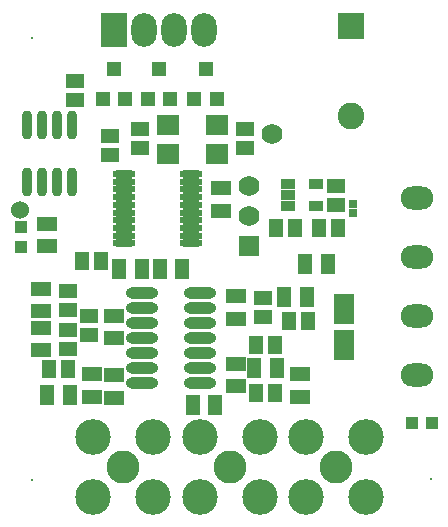
<source format=gts>
%FSLAX25Y25*%
%MOIN*%
G70*
G01*
G75*
G04 Layer_Color=8388736*
%ADD10R,0.05512X0.04134*%
%ADD11C,0.05906*%
%ADD12R,0.03937X0.03937*%
%ADD13R,0.06102X0.09449*%
%ADD14R,0.05315X0.03740*%
%ADD15R,0.03543X0.03740*%
%ADD16R,0.03740X0.05315*%
%ADD17R,0.03937X0.03937*%
%ADD18R,0.03543X0.02559*%
%ADD19O,0.06693X0.01378*%
%ADD20R,0.06300X0.05500*%
%ADD21R,0.04134X0.05512*%
%ADD22R,0.02000X0.02000*%
%ADD23O,0.02362X0.08661*%
%ADD24O,0.09843X0.02756*%
%ADD25C,0.01000*%
%ADD26C,0.03200*%
%ADD27C,0.02000*%
%ADD28C,0.01400*%
%ADD29C,0.01600*%
%ADD30C,0.02000*%
%ADD31C,0.02800*%
%ADD32R,0.05906X0.05906*%
%ADD33C,0.07874*%
%ADD34R,0.07874X0.07874*%
%ADD35O,0.09843X0.06693*%
%ADD36O,0.07480X0.10236*%
%ADD37R,0.07480X0.10236*%
%ADD38C,0.10000*%
%ADD39C,0.10827*%
%ADD40C,0.03400*%
%ADD41C,0.03150*%
%ADD42C,0.02400*%
%ADD43C,0.03000*%
%ADD44C,0.05000*%
%ADD45P,0.02828X4X270.0*%
%ADD46C,0.00800*%
%ADD47C,0.00984*%
%ADD48C,0.00787*%
%ADD49C,0.02362*%
%ADD50C,0.01575*%
%ADD51C,0.00591*%
%ADD52R,0.02560X0.00730*%
%ADD53R,0.01800X0.06700*%
%ADD54R,0.02300X0.00650*%
%ADD55R,0.05906X0.78740*%
%ADD56R,0.00650X0.02300*%
%ADD57R,0.06700X0.01800*%
%ADD58R,0.00730X0.02560*%
%ADD59R,0.06535X0.05158*%
%ADD60C,0.06929*%
%ADD61R,0.07126X0.10472*%
%ADD62R,0.06339X0.04764*%
%ADD63R,0.04567X0.04764*%
%ADD64R,0.04764X0.06339*%
%ADD65R,0.04567X0.03583*%
%ADD66O,0.07717X0.02402*%
%ADD67R,0.07324X0.06524*%
%ADD68R,0.05158X0.06535*%
%ADD69R,0.03024X0.03024*%
%ADD70O,0.03386X0.09685*%
%ADD71O,0.10866X0.03780*%
%ADD72R,0.06929X0.06929*%
%ADD73C,0.08898*%
%ADD74R,0.08898X0.08898*%
%ADD75C,0.01024*%
%ADD76O,0.10866X0.07717*%
%ADD77O,0.08504X0.11260*%
%ADD78R,0.08504X0.11260*%
%ADD79C,0.11024*%
%ADD80C,0.11850*%
%ADD81C,0.06024*%
D12*
X373346Y239000D02*
D03*
X366653D02*
D03*
D17*
X236500Y297654D02*
D03*
Y304346D02*
D03*
D59*
X303000Y309760D02*
D03*
Y317240D02*
D03*
X267500Y274740D02*
D03*
Y267260D02*
D03*
X243000Y276260D02*
D03*
Y283740D02*
D03*
X245010Y305413D02*
D03*
Y297933D02*
D03*
X243000Y270740D02*
D03*
Y263260D02*
D03*
X329500Y255240D02*
D03*
Y247760D02*
D03*
X308000Y281240D02*
D03*
Y273760D02*
D03*
X267500Y254894D02*
D03*
Y247413D02*
D03*
X260000Y247760D02*
D03*
Y255240D02*
D03*
X308000Y251260D02*
D03*
Y258740D02*
D03*
D60*
X320000Y335500D02*
D03*
X312500Y318000D02*
D03*
Y308000D02*
D03*
D61*
X344000Y277004D02*
D03*
Y264996D02*
D03*
D62*
X317000Y274350D02*
D03*
Y280650D02*
D03*
X341350Y318150D02*
D03*
Y311850D02*
D03*
X254500Y346850D02*
D03*
Y353150D02*
D03*
X311000Y337150D02*
D03*
Y330850D02*
D03*
X276000Y330850D02*
D03*
Y337150D02*
D03*
X266000Y328350D02*
D03*
Y334650D02*
D03*
X259000Y268350D02*
D03*
Y274650D02*
D03*
X252000Y283150D02*
D03*
Y276850D02*
D03*
Y263850D02*
D03*
Y270150D02*
D03*
D63*
X286240Y347079D02*
D03*
X282500Y356921D02*
D03*
X278760Y347079D02*
D03*
X271240D02*
D03*
X267500Y356921D02*
D03*
X263760Y347079D02*
D03*
X301740D02*
D03*
X298000Y356921D02*
D03*
X294260Y347079D02*
D03*
D64*
X335850Y304000D02*
D03*
X342150D02*
D03*
X321350D02*
D03*
X327650D02*
D03*
X314850Y265000D02*
D03*
X321150D02*
D03*
X321150Y249000D02*
D03*
X314850D02*
D03*
X245850Y257000D02*
D03*
X252150D02*
D03*
X332150Y273000D02*
D03*
X325850D02*
D03*
X256850Y293000D02*
D03*
X263150D02*
D03*
D65*
X325276Y318740D02*
D03*
Y315000D02*
D03*
Y311260D02*
D03*
X334724D02*
D03*
Y318740D02*
D03*
D66*
X293220Y298984D02*
D03*
Y301543D02*
D03*
Y304102D02*
D03*
Y306661D02*
D03*
Y309221D02*
D03*
Y311779D02*
D03*
Y314339D02*
D03*
Y316898D02*
D03*
Y319457D02*
D03*
Y322016D02*
D03*
X270779Y298984D02*
D03*
Y301543D02*
D03*
Y304102D02*
D03*
Y306661D02*
D03*
Y309221D02*
D03*
Y311779D02*
D03*
Y314339D02*
D03*
Y316898D02*
D03*
Y319457D02*
D03*
Y322016D02*
D03*
D67*
X301650Y338250D02*
D03*
X285350D02*
D03*
Y328750D02*
D03*
X301650D02*
D03*
D68*
X338740Y292000D02*
D03*
X331260D02*
D03*
X252740Y248500D02*
D03*
X245260D02*
D03*
X321740Y257500D02*
D03*
X314260D02*
D03*
X324260Y281000D02*
D03*
X331740D02*
D03*
X301240Y245000D02*
D03*
X293760D02*
D03*
X282760Y290500D02*
D03*
X290240D02*
D03*
X269260D02*
D03*
X276740D02*
D03*
D69*
X347000Y309000D02*
D03*
Y312000D02*
D03*
D70*
X238500Y319551D02*
D03*
X243500D02*
D03*
X248500D02*
D03*
X253500D02*
D03*
X238500Y338449D02*
D03*
X243500D02*
D03*
X248500D02*
D03*
X253500D02*
D03*
D71*
X296146Y252500D02*
D03*
Y257500D02*
D03*
Y262500D02*
D03*
Y267500D02*
D03*
Y272500D02*
D03*
Y277500D02*
D03*
Y282500D02*
D03*
X276854Y252500D02*
D03*
Y257500D02*
D03*
Y262500D02*
D03*
Y267500D02*
D03*
Y272500D02*
D03*
Y277500D02*
D03*
Y282500D02*
D03*
D72*
X312500Y298000D02*
D03*
D73*
X346500Y341500D02*
D03*
D74*
Y371500D02*
D03*
D75*
X240000Y220000D02*
D03*
Y367500D02*
D03*
X373000Y220500D02*
D03*
D76*
X368500Y314028D02*
D03*
Y294342D02*
D03*
Y274658D02*
D03*
Y254972D02*
D03*
D77*
X297500Y370000D02*
D03*
X287500D02*
D03*
X277500D02*
D03*
D78*
X267500D02*
D03*
D79*
X341500Y224500D02*
D03*
X306000D02*
D03*
X270500D02*
D03*
D80*
X331500Y234500D02*
D03*
X351500D02*
D03*
X331500Y214500D02*
D03*
X351500D02*
D03*
X316000D02*
D03*
X296000D02*
D03*
X316000Y234500D02*
D03*
X296000D02*
D03*
X260500D02*
D03*
X280500D02*
D03*
X260500Y214500D02*
D03*
X280500D02*
D03*
D81*
X236000Y310000D02*
D03*
M02*

</source>
